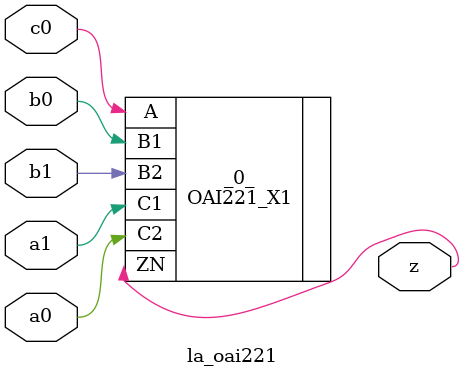
<source format=v>
/* Generated by Yosys 0.37 (git sha1 a5c7f69ed, clang 14.0.0-1ubuntu1.1 -fPIC -Os) */

module la_oai221(a0, a1, b0, b1, c0, z);
  input a0;
  wire a0;
  input a1;
  wire a1;
  input b0;
  wire b0;
  input b1;
  wire b1;
  input c0;
  wire c0;
  output z;
  wire z;
  OAI221_X1 _0_ (
    .A(c0),
    .B1(b0),
    .B2(b1),
    .C1(a1),
    .C2(a0),
    .ZN(z)
  );
endmodule

</source>
